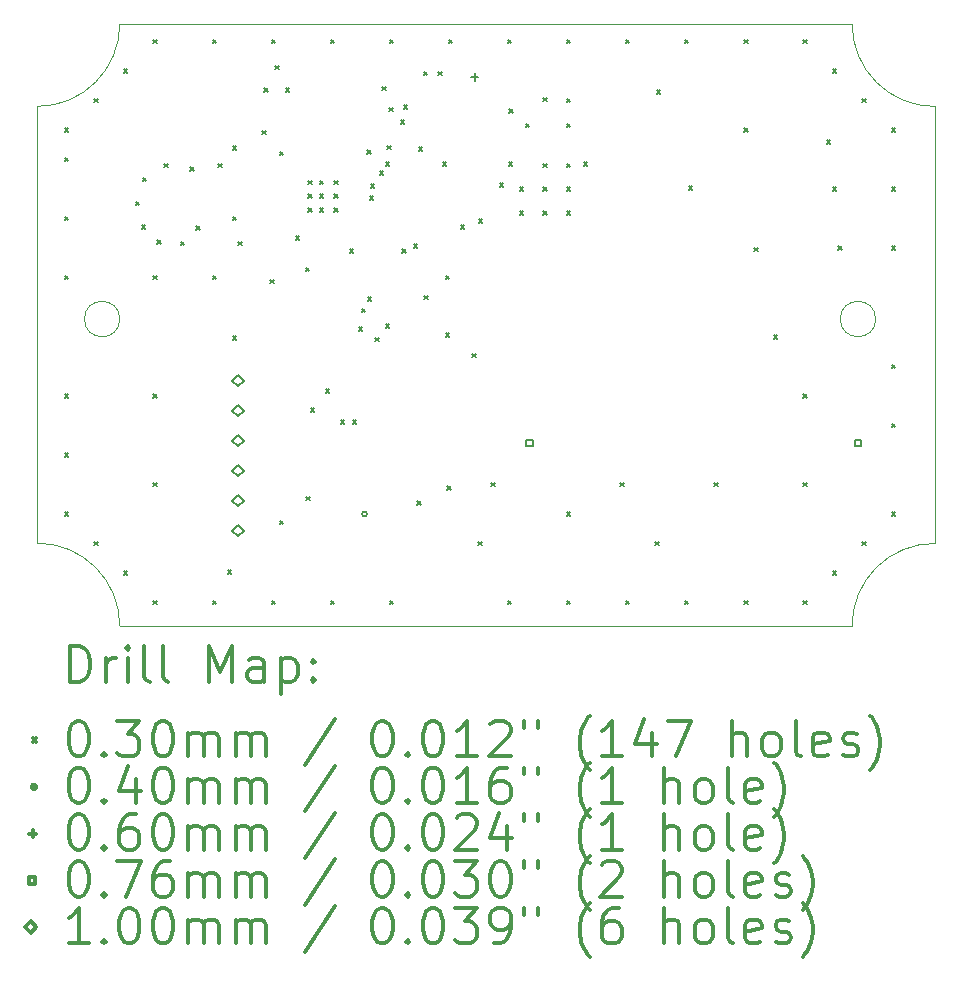
<source format=gbr>
%FSLAX45Y45*%
G04 Gerber Fmt 4.5, Leading zero omitted, Abs format (unit mm)*
G04 Created by KiCad (PCBNEW 5.1.5+dfsg1-2build2) date 2020-11-28 21:48:07*
%MOMM*%
%LPD*%
G04 APERTURE LIST*
%TA.AperFunction,Profile*%
%ADD10C,0.120000*%
%TD*%
%ADD11C,0.200000*%
%ADD12C,0.300000*%
G04 APERTURE END LIST*
D10*
X12514000Y-6774000D02*
G75*
G03X12514000Y-6774000I-150000J0D01*
G01*
X6114000Y-6774000D02*
G75*
G03X6114000Y-6774000I-150000J0D01*
G01*
X13014000Y-8674000D02*
X13014000Y-4974000D01*
X6114000Y-9374000D02*
X12314000Y-9374000D01*
X5414000Y-4974000D02*
X5414000Y-8670994D01*
X6114000Y-4274000D02*
X12314000Y-4274000D01*
X6114000Y-4274000D02*
G75*
G02X5414000Y-4974000I-700000J0D01*
G01*
X13014000Y-4974000D02*
G75*
G02X12314000Y-4274000I0J700000D01*
G01*
X5414000Y-8670994D02*
G75*
G02X6114000Y-9374000I0J-700006D01*
G01*
X12314000Y-9374000D02*
G75*
G02X13014000Y-8674000I697000J3000D01*
G01*
D11*
X5649000Y-5159000D02*
X5679000Y-5189000D01*
X5679000Y-5159000D02*
X5649000Y-5189000D01*
X5649000Y-5409000D02*
X5679000Y-5439000D01*
X5679000Y-5409000D02*
X5649000Y-5439000D01*
X5649000Y-5909000D02*
X5679000Y-5939000D01*
X5679000Y-5909000D02*
X5649000Y-5939000D01*
X5649000Y-6409000D02*
X5679000Y-6439000D01*
X5679000Y-6409000D02*
X5649000Y-6439000D01*
X5649000Y-7409000D02*
X5679000Y-7439000D01*
X5679000Y-7409000D02*
X5649000Y-7439000D01*
X5649000Y-7909000D02*
X5679000Y-7939000D01*
X5679000Y-7909000D02*
X5649000Y-7939000D01*
X5649000Y-8409000D02*
X5679000Y-8439000D01*
X5679000Y-8409000D02*
X5649000Y-8439000D01*
X5899000Y-4909000D02*
X5929000Y-4939000D01*
X5929000Y-4909000D02*
X5899000Y-4939000D01*
X5899000Y-8659000D02*
X5929000Y-8689000D01*
X5929000Y-8659000D02*
X5899000Y-8689000D01*
X6149000Y-4659000D02*
X6179000Y-4689000D01*
X6179000Y-4659000D02*
X6149000Y-4689000D01*
X6149000Y-8909000D02*
X6179000Y-8939000D01*
X6179000Y-8909000D02*
X6149000Y-8939000D01*
X6249000Y-5779000D02*
X6279000Y-5809000D01*
X6279000Y-5779000D02*
X6249000Y-5809000D01*
X6299000Y-5979000D02*
X6329000Y-6009000D01*
X6329000Y-5979000D02*
X6299000Y-6009000D01*
X6309000Y-5579000D02*
X6339000Y-5609000D01*
X6339000Y-5579000D02*
X6309000Y-5609000D01*
X6399000Y-4409000D02*
X6429000Y-4439000D01*
X6429000Y-4409000D02*
X6399000Y-4439000D01*
X6399000Y-6409000D02*
X6429000Y-6439000D01*
X6429000Y-6409000D02*
X6399000Y-6439000D01*
X6399000Y-7409000D02*
X6429000Y-7439000D01*
X6429000Y-7409000D02*
X6399000Y-7439000D01*
X6399000Y-8159000D02*
X6429000Y-8189000D01*
X6429000Y-8159000D02*
X6399000Y-8189000D01*
X6399000Y-9159000D02*
X6429000Y-9189000D01*
X6429000Y-9159000D02*
X6399000Y-9189000D01*
X6429000Y-6109000D02*
X6459000Y-6139000D01*
X6459000Y-6109000D02*
X6429000Y-6139000D01*
X6489000Y-5459000D02*
X6519000Y-5489000D01*
X6519000Y-5459000D02*
X6489000Y-5489000D01*
X6629000Y-6119000D02*
X6659000Y-6149000D01*
X6659000Y-6119000D02*
X6629000Y-6149000D01*
X6709000Y-5489000D02*
X6739000Y-5519000D01*
X6739000Y-5489000D02*
X6709000Y-5519000D01*
X6759000Y-5989000D02*
X6789000Y-6019000D01*
X6789000Y-5989000D02*
X6759000Y-6019000D01*
X6899000Y-4409000D02*
X6929000Y-4439000D01*
X6929000Y-4409000D02*
X6899000Y-4439000D01*
X6899000Y-6409000D02*
X6929000Y-6439000D01*
X6929000Y-6409000D02*
X6899000Y-6439000D01*
X6899000Y-9159000D02*
X6929000Y-9189000D01*
X6929000Y-9159000D02*
X6899000Y-9189000D01*
X6949000Y-5459000D02*
X6979000Y-5489000D01*
X6979000Y-5459000D02*
X6949000Y-5489000D01*
X7029000Y-8899000D02*
X7059000Y-8929000D01*
X7059000Y-8899000D02*
X7029000Y-8929000D01*
X7069000Y-5309000D02*
X7099000Y-5339000D01*
X7099000Y-5309000D02*
X7069000Y-5339000D01*
X7069000Y-5909000D02*
X7099000Y-5939000D01*
X7099000Y-5909000D02*
X7069000Y-5939000D01*
X7071600Y-6919200D02*
X7101600Y-6949200D01*
X7101600Y-6919200D02*
X7071600Y-6949200D01*
X7119000Y-6119000D02*
X7149000Y-6149000D01*
X7149000Y-6119000D02*
X7119000Y-6149000D01*
X7319000Y-5179000D02*
X7349000Y-5209000D01*
X7349000Y-5179000D02*
X7319000Y-5209000D01*
X7339000Y-4819000D02*
X7369000Y-4849000D01*
X7369000Y-4819000D02*
X7339000Y-4849000D01*
X7386000Y-6440000D02*
X7416000Y-6470000D01*
X7416000Y-6440000D02*
X7386000Y-6470000D01*
X7399000Y-4409000D02*
X7429000Y-4439000D01*
X7429000Y-4409000D02*
X7399000Y-4439000D01*
X7399000Y-9159000D02*
X7429000Y-9189000D01*
X7429000Y-9159000D02*
X7399000Y-9189000D01*
X7429000Y-4629000D02*
X7459000Y-4659000D01*
X7459000Y-4629000D02*
X7429000Y-4659000D01*
X7467000Y-8482000D02*
X7497000Y-8512000D01*
X7497000Y-8482000D02*
X7467000Y-8512000D01*
X7469000Y-5359000D02*
X7499000Y-5389000D01*
X7499000Y-5359000D02*
X7469000Y-5389000D01*
X7519000Y-4819000D02*
X7549000Y-4849000D01*
X7549000Y-4819000D02*
X7519000Y-4849000D01*
X7604000Y-6074999D02*
X7634000Y-6104999D01*
X7634000Y-6074999D02*
X7604000Y-6104999D01*
X7689000Y-6339000D02*
X7719000Y-6369000D01*
X7719000Y-6339000D02*
X7689000Y-6369000D01*
X7693000Y-8280000D02*
X7723000Y-8310000D01*
X7723000Y-8280000D02*
X7693000Y-8310000D01*
X7709000Y-5604000D02*
X7739000Y-5634000D01*
X7739000Y-5604000D02*
X7709000Y-5634000D01*
X7709000Y-5716000D02*
X7739000Y-5746000D01*
X7739000Y-5716000D02*
X7709000Y-5746000D01*
X7709000Y-5837000D02*
X7739000Y-5867000D01*
X7739000Y-5837000D02*
X7709000Y-5867000D01*
X7732000Y-7528800D02*
X7762000Y-7558800D01*
X7762000Y-7528800D02*
X7732000Y-7558800D01*
X7807000Y-5604000D02*
X7837000Y-5634000D01*
X7837000Y-5604000D02*
X7807000Y-5634000D01*
X7807000Y-5716000D02*
X7837000Y-5746000D01*
X7837000Y-5716000D02*
X7807000Y-5746000D01*
X7807000Y-5837000D02*
X7837000Y-5867000D01*
X7837000Y-5837000D02*
X7807000Y-5867000D01*
X7859000Y-7367200D02*
X7889000Y-7397200D01*
X7889000Y-7367200D02*
X7859000Y-7397200D01*
X7899000Y-4409000D02*
X7929000Y-4439000D01*
X7929000Y-4409000D02*
X7899000Y-4439000D01*
X7899000Y-9159000D02*
X7929000Y-9189000D01*
X7929000Y-9159000D02*
X7899000Y-9189000D01*
X7929000Y-5604000D02*
X7959000Y-5634000D01*
X7959000Y-5604000D02*
X7929000Y-5634000D01*
X7929000Y-5716000D02*
X7959000Y-5746000D01*
X7959000Y-5716000D02*
X7929000Y-5746000D01*
X7929000Y-5837000D02*
X7959000Y-5867000D01*
X7959000Y-5837000D02*
X7929000Y-5867000D01*
X7986000Y-7630400D02*
X8016000Y-7660400D01*
X8016000Y-7630400D02*
X7986000Y-7660400D01*
X8062200Y-6182600D02*
X8092200Y-6212600D01*
X8092200Y-6182600D02*
X8062200Y-6212600D01*
X8087600Y-7630400D02*
X8117600Y-7660400D01*
X8117600Y-7630400D02*
X8087600Y-7660400D01*
X8138400Y-6843000D02*
X8168400Y-6873000D01*
X8168400Y-6843000D02*
X8138400Y-6873000D01*
X8163800Y-6686799D02*
X8193800Y-6716799D01*
X8193800Y-6686799D02*
X8163800Y-6716799D01*
X8209151Y-5344849D02*
X8239151Y-5374849D01*
X8239151Y-5344849D02*
X8209151Y-5374849D01*
X8214600Y-6589000D02*
X8244600Y-6619000D01*
X8244600Y-6589000D02*
X8214600Y-6619000D01*
X8232000Y-5736000D02*
X8262000Y-5766000D01*
X8262000Y-5736000D02*
X8232000Y-5766000D01*
X8238000Y-5632000D02*
X8268000Y-5662000D01*
X8268000Y-5632000D02*
X8238000Y-5662000D01*
X8277527Y-6931327D02*
X8307527Y-6961327D01*
X8307527Y-6931327D02*
X8277527Y-6961327D01*
X8316200Y-5522200D02*
X8346200Y-5552200D01*
X8346200Y-5522200D02*
X8316200Y-5552200D01*
X8335999Y-4805501D02*
X8365999Y-4835501D01*
X8365999Y-4805501D02*
X8335999Y-4835501D01*
X8367000Y-5446000D02*
X8397000Y-5476000D01*
X8397000Y-5446000D02*
X8367000Y-5476000D01*
X8367000Y-6817600D02*
X8397000Y-6847600D01*
X8397000Y-6817600D02*
X8367000Y-6847600D01*
X8377000Y-5307000D02*
X8407000Y-5337000D01*
X8407000Y-5307000D02*
X8377000Y-5337000D01*
X8396000Y-4984000D02*
X8426000Y-5014000D01*
X8426000Y-4984000D02*
X8396000Y-5014000D01*
X8399000Y-4409000D02*
X8429000Y-4439000D01*
X8429000Y-4409000D02*
X8399000Y-4439000D01*
X8399000Y-9159000D02*
X8429000Y-9189000D01*
X8429000Y-9159000D02*
X8399000Y-9189000D01*
X8494000Y-5090400D02*
X8524000Y-5120400D01*
X8524000Y-5090400D02*
X8494000Y-5120400D01*
X8503201Y-6182600D02*
X8533201Y-6212600D01*
X8533201Y-6182600D02*
X8503201Y-6212600D01*
X8519400Y-4963400D02*
X8549400Y-4993400D01*
X8549400Y-4963400D02*
X8519400Y-4993400D01*
X8601000Y-6140000D02*
X8631000Y-6170000D01*
X8631000Y-6140000D02*
X8601000Y-6170000D01*
X8634000Y-8318000D02*
X8664000Y-8348000D01*
X8664000Y-8318000D02*
X8634000Y-8348000D01*
X8646400Y-5319000D02*
X8676400Y-5349000D01*
X8676400Y-5319000D02*
X8646400Y-5349000D01*
X8687000Y-4682000D02*
X8717000Y-4712000D01*
X8717000Y-4682000D02*
X8687000Y-4712000D01*
X8692000Y-6578000D02*
X8722000Y-6608000D01*
X8722000Y-6578000D02*
X8692000Y-6608000D01*
X8811500Y-4682000D02*
X8841500Y-4712000D01*
X8841500Y-4682000D02*
X8811500Y-4712000D01*
X8849600Y-5446000D02*
X8879600Y-5476000D01*
X8879600Y-5446000D02*
X8849600Y-5476000D01*
X8872000Y-6407000D02*
X8902000Y-6437000D01*
X8902000Y-6407000D02*
X8872000Y-6437000D01*
X8875000Y-6893800D02*
X8905000Y-6923800D01*
X8905000Y-6893800D02*
X8875000Y-6923800D01*
X8887000Y-8190000D02*
X8917000Y-8220000D01*
X8917000Y-8190000D02*
X8887000Y-8220000D01*
X8899000Y-4409000D02*
X8929000Y-4439000D01*
X8929000Y-4409000D02*
X8899000Y-4439000D01*
X9002000Y-5979400D02*
X9032000Y-6009400D01*
X9032000Y-5979400D02*
X9002000Y-6009400D01*
X9099000Y-7069000D02*
X9129000Y-7099000D01*
X9129000Y-7069000D02*
X9099000Y-7099000D01*
X9149000Y-8659000D02*
X9179000Y-8689000D01*
X9179000Y-8659000D02*
X9149000Y-8689000D01*
X9154400Y-5928600D02*
X9184400Y-5958600D01*
X9184400Y-5928600D02*
X9154400Y-5958600D01*
X9259000Y-8159000D02*
X9289000Y-8189000D01*
X9289000Y-8159000D02*
X9259000Y-8189000D01*
X9332200Y-5623800D02*
X9362200Y-5653800D01*
X9362200Y-5623800D02*
X9332200Y-5653800D01*
X9399000Y-4409000D02*
X9429000Y-4439000D01*
X9429000Y-4409000D02*
X9399000Y-4439000D01*
X9399000Y-9159000D02*
X9429000Y-9189000D01*
X9429000Y-9159000D02*
X9399000Y-9189000D01*
X9408400Y-5446000D02*
X9438400Y-5476000D01*
X9438400Y-5446000D02*
X9408400Y-5476000D01*
X9409000Y-4999000D02*
X9439000Y-5029000D01*
X9439000Y-4999000D02*
X9409000Y-5029000D01*
X9499000Y-5659000D02*
X9529000Y-5689000D01*
X9529000Y-5659000D02*
X9499000Y-5689000D01*
X9499000Y-5859000D02*
X9529000Y-5889000D01*
X9529000Y-5859000D02*
X9499000Y-5889000D01*
X9549000Y-5119000D02*
X9579000Y-5149000D01*
X9579000Y-5119000D02*
X9549000Y-5149000D01*
X9699000Y-4899000D02*
X9729000Y-4929000D01*
X9729000Y-4899000D02*
X9699000Y-4929000D01*
X9699000Y-5459000D02*
X9729000Y-5489000D01*
X9729000Y-5459000D02*
X9699000Y-5489000D01*
X9699000Y-5659000D02*
X9729000Y-5689000D01*
X9729000Y-5659000D02*
X9699000Y-5689000D01*
X9699000Y-5859000D02*
X9729000Y-5889000D01*
X9729000Y-5859000D02*
X9699000Y-5889000D01*
X9899000Y-4409000D02*
X9929000Y-4439000D01*
X9929000Y-4409000D02*
X9899000Y-4439000D01*
X9899000Y-4909000D02*
X9929000Y-4939000D01*
X9929000Y-4909000D02*
X9899000Y-4939000D01*
X9899000Y-5119000D02*
X9929000Y-5149000D01*
X9929000Y-5119000D02*
X9899000Y-5149000D01*
X9899000Y-5459000D02*
X9929000Y-5489000D01*
X9929000Y-5459000D02*
X9899000Y-5489000D01*
X9899000Y-5659000D02*
X9929000Y-5689000D01*
X9929000Y-5659000D02*
X9899000Y-5689000D01*
X9899000Y-5859000D02*
X9929000Y-5889000D01*
X9929000Y-5859000D02*
X9899000Y-5889000D01*
X9899000Y-8409000D02*
X9929000Y-8439000D01*
X9929000Y-8409000D02*
X9899000Y-8439000D01*
X9899000Y-9159000D02*
X9929000Y-9189000D01*
X9929000Y-9159000D02*
X9899000Y-9189000D01*
X10043400Y-5446000D02*
X10073400Y-5476000D01*
X10073400Y-5446000D02*
X10043400Y-5476000D01*
X10353000Y-8159000D02*
X10383000Y-8189000D01*
X10383000Y-8159000D02*
X10353000Y-8189000D01*
X10399000Y-4409000D02*
X10429000Y-4439000D01*
X10429000Y-4409000D02*
X10399000Y-4439000D01*
X10399000Y-9159000D02*
X10429000Y-9189000D01*
X10429000Y-9159000D02*
X10399000Y-9189000D01*
X10649000Y-8659000D02*
X10679000Y-8689000D01*
X10679000Y-8659000D02*
X10649000Y-8689000D01*
X10661000Y-4835000D02*
X10691000Y-4865000D01*
X10691000Y-4835000D02*
X10661000Y-4865000D01*
X10899000Y-4409000D02*
X10929000Y-4439000D01*
X10929000Y-4409000D02*
X10899000Y-4439000D01*
X10899000Y-9159000D02*
X10929000Y-9189000D01*
X10929000Y-9159000D02*
X10899000Y-9189000D01*
X10932400Y-5649200D02*
X10962400Y-5679200D01*
X10962400Y-5649200D02*
X10932400Y-5679200D01*
X11149000Y-8159000D02*
X11179000Y-8189000D01*
X11179000Y-8159000D02*
X11149000Y-8189000D01*
X11399000Y-4409000D02*
X11429000Y-4439000D01*
X11429000Y-4409000D02*
X11399000Y-4439000D01*
X11399000Y-5159000D02*
X11429000Y-5189000D01*
X11429000Y-5159000D02*
X11399000Y-5189000D01*
X11399000Y-9159000D02*
X11429000Y-9189000D01*
X11429000Y-9159000D02*
X11399000Y-9189000D01*
X11484000Y-6169000D02*
X11514000Y-6199000D01*
X11514000Y-6169000D02*
X11484000Y-6199000D01*
X11649000Y-6909000D02*
X11679000Y-6939000D01*
X11679000Y-6909000D02*
X11649000Y-6939000D01*
X11899000Y-4409000D02*
X11929000Y-4439000D01*
X11929000Y-4409000D02*
X11899000Y-4439000D01*
X11899000Y-7409000D02*
X11929000Y-7439000D01*
X11929000Y-7409000D02*
X11899000Y-7439000D01*
X11899000Y-8159000D02*
X11929000Y-8189000D01*
X11929000Y-8159000D02*
X11899000Y-8189000D01*
X11899000Y-9159000D02*
X11929000Y-9189000D01*
X11929000Y-9159000D02*
X11899000Y-9189000D01*
X12099000Y-5259000D02*
X12129000Y-5289000D01*
X12129000Y-5259000D02*
X12099000Y-5289000D01*
X12149000Y-4659000D02*
X12179000Y-4689000D01*
X12179000Y-4659000D02*
X12149000Y-4689000D01*
X12149000Y-5659000D02*
X12179000Y-5689000D01*
X12179000Y-5659000D02*
X12149000Y-5689000D01*
X12149000Y-8909000D02*
X12179000Y-8939000D01*
X12179000Y-8909000D02*
X12149000Y-8939000D01*
X12199000Y-6159000D02*
X12229000Y-6189000D01*
X12229000Y-6159000D02*
X12199000Y-6189000D01*
X12399000Y-4909000D02*
X12429000Y-4939000D01*
X12429000Y-4909000D02*
X12399000Y-4939000D01*
X12399000Y-8659000D02*
X12429000Y-8689000D01*
X12429000Y-8659000D02*
X12399000Y-8689000D01*
X12649000Y-5159000D02*
X12679000Y-5189000D01*
X12679000Y-5159000D02*
X12649000Y-5189000D01*
X12649000Y-5659000D02*
X12679000Y-5689000D01*
X12679000Y-5659000D02*
X12649000Y-5689000D01*
X12649000Y-6159000D02*
X12679000Y-6189000D01*
X12679000Y-6159000D02*
X12649000Y-6189000D01*
X12649000Y-7159000D02*
X12679000Y-7189000D01*
X12679000Y-7159000D02*
X12649000Y-7189000D01*
X12649000Y-7659000D02*
X12679000Y-7689000D01*
X12679000Y-7659000D02*
X12649000Y-7689000D01*
X12649000Y-8409000D02*
X12679000Y-8439000D01*
X12679000Y-8409000D02*
X12649000Y-8439000D01*
X8205678Y-8423916D02*
G75*
G03X8205678Y-8423916I-20000J0D01*
G01*
X9118600Y-4694400D02*
X9118600Y-4754400D01*
X9088600Y-4724400D02*
X9148600Y-4724400D01*
X9610941Y-7850941D02*
X9610941Y-7797059D01*
X9557059Y-7797059D01*
X9557059Y-7850941D01*
X9610941Y-7850941D01*
X12390941Y-7850941D02*
X12390941Y-7797059D01*
X12337059Y-7797059D01*
X12337059Y-7850941D01*
X12390941Y-7850941D01*
X7115000Y-7345000D02*
X7165000Y-7295000D01*
X7115000Y-7245000D01*
X7065000Y-7295000D01*
X7115000Y-7345000D01*
X7115000Y-7599000D02*
X7165000Y-7549000D01*
X7115000Y-7499000D01*
X7065000Y-7549000D01*
X7115000Y-7599000D01*
X7115000Y-7853000D02*
X7165000Y-7803000D01*
X7115000Y-7753000D01*
X7065000Y-7803000D01*
X7115000Y-7853000D01*
X7115000Y-8107000D02*
X7165000Y-8057000D01*
X7115000Y-8007000D01*
X7065000Y-8057000D01*
X7115000Y-8107000D01*
X7115000Y-8361000D02*
X7165000Y-8311000D01*
X7115000Y-8261000D01*
X7065000Y-8311000D01*
X7115000Y-8361000D01*
X7115000Y-8615000D02*
X7165000Y-8565000D01*
X7115000Y-8515000D01*
X7065000Y-8565000D01*
X7115000Y-8615000D01*
D12*
X5694428Y-9845714D02*
X5694428Y-9545714D01*
X5765857Y-9545714D01*
X5808714Y-9560000D01*
X5837286Y-9588572D01*
X5851571Y-9617143D01*
X5865857Y-9674286D01*
X5865857Y-9717143D01*
X5851571Y-9774286D01*
X5837286Y-9802857D01*
X5808714Y-9831429D01*
X5765857Y-9845714D01*
X5694428Y-9845714D01*
X5994428Y-9845714D02*
X5994428Y-9645714D01*
X5994428Y-9702857D02*
X6008714Y-9674286D01*
X6023000Y-9660000D01*
X6051571Y-9645714D01*
X6080143Y-9645714D01*
X6180143Y-9845714D02*
X6180143Y-9645714D01*
X6180143Y-9545714D02*
X6165857Y-9560000D01*
X6180143Y-9574286D01*
X6194428Y-9560000D01*
X6180143Y-9545714D01*
X6180143Y-9574286D01*
X6365857Y-9845714D02*
X6337286Y-9831429D01*
X6323000Y-9802857D01*
X6323000Y-9545714D01*
X6523000Y-9845714D02*
X6494428Y-9831429D01*
X6480143Y-9802857D01*
X6480143Y-9545714D01*
X6865857Y-9845714D02*
X6865857Y-9545714D01*
X6965857Y-9760000D01*
X7065857Y-9545714D01*
X7065857Y-9845714D01*
X7337286Y-9845714D02*
X7337286Y-9688572D01*
X7323000Y-9660000D01*
X7294428Y-9645714D01*
X7237286Y-9645714D01*
X7208714Y-9660000D01*
X7337286Y-9831429D02*
X7308714Y-9845714D01*
X7237286Y-9845714D01*
X7208714Y-9831429D01*
X7194428Y-9802857D01*
X7194428Y-9774286D01*
X7208714Y-9745714D01*
X7237286Y-9731429D01*
X7308714Y-9731429D01*
X7337286Y-9717143D01*
X7480143Y-9645714D02*
X7480143Y-9945714D01*
X7480143Y-9660000D02*
X7508714Y-9645714D01*
X7565857Y-9645714D01*
X7594428Y-9660000D01*
X7608714Y-9674286D01*
X7623000Y-9702857D01*
X7623000Y-9788572D01*
X7608714Y-9817143D01*
X7594428Y-9831429D01*
X7565857Y-9845714D01*
X7508714Y-9845714D01*
X7480143Y-9831429D01*
X7751571Y-9817143D02*
X7765857Y-9831429D01*
X7751571Y-9845714D01*
X7737286Y-9831429D01*
X7751571Y-9817143D01*
X7751571Y-9845714D01*
X7751571Y-9660000D02*
X7765857Y-9674286D01*
X7751571Y-9688572D01*
X7737286Y-9674286D01*
X7751571Y-9660000D01*
X7751571Y-9688572D01*
X5378000Y-10325000D02*
X5408000Y-10355000D01*
X5408000Y-10325000D02*
X5378000Y-10355000D01*
X5751571Y-10175714D02*
X5780143Y-10175714D01*
X5808714Y-10190000D01*
X5823000Y-10204286D01*
X5837286Y-10232857D01*
X5851571Y-10290000D01*
X5851571Y-10361429D01*
X5837286Y-10418572D01*
X5823000Y-10447143D01*
X5808714Y-10461429D01*
X5780143Y-10475714D01*
X5751571Y-10475714D01*
X5723000Y-10461429D01*
X5708714Y-10447143D01*
X5694428Y-10418572D01*
X5680143Y-10361429D01*
X5680143Y-10290000D01*
X5694428Y-10232857D01*
X5708714Y-10204286D01*
X5723000Y-10190000D01*
X5751571Y-10175714D01*
X5980143Y-10447143D02*
X5994428Y-10461429D01*
X5980143Y-10475714D01*
X5965857Y-10461429D01*
X5980143Y-10447143D01*
X5980143Y-10475714D01*
X6094428Y-10175714D02*
X6280143Y-10175714D01*
X6180143Y-10290000D01*
X6223000Y-10290000D01*
X6251571Y-10304286D01*
X6265857Y-10318572D01*
X6280143Y-10347143D01*
X6280143Y-10418572D01*
X6265857Y-10447143D01*
X6251571Y-10461429D01*
X6223000Y-10475714D01*
X6137286Y-10475714D01*
X6108714Y-10461429D01*
X6094428Y-10447143D01*
X6465857Y-10175714D02*
X6494428Y-10175714D01*
X6523000Y-10190000D01*
X6537286Y-10204286D01*
X6551571Y-10232857D01*
X6565857Y-10290000D01*
X6565857Y-10361429D01*
X6551571Y-10418572D01*
X6537286Y-10447143D01*
X6523000Y-10461429D01*
X6494428Y-10475714D01*
X6465857Y-10475714D01*
X6437286Y-10461429D01*
X6423000Y-10447143D01*
X6408714Y-10418572D01*
X6394428Y-10361429D01*
X6394428Y-10290000D01*
X6408714Y-10232857D01*
X6423000Y-10204286D01*
X6437286Y-10190000D01*
X6465857Y-10175714D01*
X6694428Y-10475714D02*
X6694428Y-10275714D01*
X6694428Y-10304286D02*
X6708714Y-10290000D01*
X6737286Y-10275714D01*
X6780143Y-10275714D01*
X6808714Y-10290000D01*
X6823000Y-10318572D01*
X6823000Y-10475714D01*
X6823000Y-10318572D02*
X6837286Y-10290000D01*
X6865857Y-10275714D01*
X6908714Y-10275714D01*
X6937286Y-10290000D01*
X6951571Y-10318572D01*
X6951571Y-10475714D01*
X7094428Y-10475714D02*
X7094428Y-10275714D01*
X7094428Y-10304286D02*
X7108714Y-10290000D01*
X7137286Y-10275714D01*
X7180143Y-10275714D01*
X7208714Y-10290000D01*
X7223000Y-10318572D01*
X7223000Y-10475714D01*
X7223000Y-10318572D02*
X7237286Y-10290000D01*
X7265857Y-10275714D01*
X7308714Y-10275714D01*
X7337286Y-10290000D01*
X7351571Y-10318572D01*
X7351571Y-10475714D01*
X7937286Y-10161429D02*
X7680143Y-10547143D01*
X8323000Y-10175714D02*
X8351571Y-10175714D01*
X8380143Y-10190000D01*
X8394428Y-10204286D01*
X8408714Y-10232857D01*
X8423000Y-10290000D01*
X8423000Y-10361429D01*
X8408714Y-10418572D01*
X8394428Y-10447143D01*
X8380143Y-10461429D01*
X8351571Y-10475714D01*
X8323000Y-10475714D01*
X8294428Y-10461429D01*
X8280143Y-10447143D01*
X8265857Y-10418572D01*
X8251571Y-10361429D01*
X8251571Y-10290000D01*
X8265857Y-10232857D01*
X8280143Y-10204286D01*
X8294428Y-10190000D01*
X8323000Y-10175714D01*
X8551571Y-10447143D02*
X8565857Y-10461429D01*
X8551571Y-10475714D01*
X8537286Y-10461429D01*
X8551571Y-10447143D01*
X8551571Y-10475714D01*
X8751571Y-10175714D02*
X8780143Y-10175714D01*
X8808714Y-10190000D01*
X8823000Y-10204286D01*
X8837286Y-10232857D01*
X8851571Y-10290000D01*
X8851571Y-10361429D01*
X8837286Y-10418572D01*
X8823000Y-10447143D01*
X8808714Y-10461429D01*
X8780143Y-10475714D01*
X8751571Y-10475714D01*
X8723000Y-10461429D01*
X8708714Y-10447143D01*
X8694428Y-10418572D01*
X8680143Y-10361429D01*
X8680143Y-10290000D01*
X8694428Y-10232857D01*
X8708714Y-10204286D01*
X8723000Y-10190000D01*
X8751571Y-10175714D01*
X9137286Y-10475714D02*
X8965857Y-10475714D01*
X9051571Y-10475714D02*
X9051571Y-10175714D01*
X9023000Y-10218572D01*
X8994428Y-10247143D01*
X8965857Y-10261429D01*
X9251571Y-10204286D02*
X9265857Y-10190000D01*
X9294428Y-10175714D01*
X9365857Y-10175714D01*
X9394428Y-10190000D01*
X9408714Y-10204286D01*
X9423000Y-10232857D01*
X9423000Y-10261429D01*
X9408714Y-10304286D01*
X9237286Y-10475714D01*
X9423000Y-10475714D01*
X9537286Y-10175714D02*
X9537286Y-10232857D01*
X9651571Y-10175714D02*
X9651571Y-10232857D01*
X10094428Y-10590000D02*
X10080143Y-10575714D01*
X10051571Y-10532857D01*
X10037286Y-10504286D01*
X10023000Y-10461429D01*
X10008714Y-10390000D01*
X10008714Y-10332857D01*
X10023000Y-10261429D01*
X10037286Y-10218572D01*
X10051571Y-10190000D01*
X10080143Y-10147143D01*
X10094428Y-10132857D01*
X10365857Y-10475714D02*
X10194428Y-10475714D01*
X10280143Y-10475714D02*
X10280143Y-10175714D01*
X10251571Y-10218572D01*
X10223000Y-10247143D01*
X10194428Y-10261429D01*
X10623000Y-10275714D02*
X10623000Y-10475714D01*
X10551571Y-10161429D02*
X10480143Y-10375714D01*
X10665857Y-10375714D01*
X10751571Y-10175714D02*
X10951571Y-10175714D01*
X10823000Y-10475714D01*
X11294428Y-10475714D02*
X11294428Y-10175714D01*
X11423000Y-10475714D02*
X11423000Y-10318572D01*
X11408714Y-10290000D01*
X11380143Y-10275714D01*
X11337286Y-10275714D01*
X11308714Y-10290000D01*
X11294428Y-10304286D01*
X11608714Y-10475714D02*
X11580143Y-10461429D01*
X11565857Y-10447143D01*
X11551571Y-10418572D01*
X11551571Y-10332857D01*
X11565857Y-10304286D01*
X11580143Y-10290000D01*
X11608714Y-10275714D01*
X11651571Y-10275714D01*
X11680143Y-10290000D01*
X11694428Y-10304286D01*
X11708714Y-10332857D01*
X11708714Y-10418572D01*
X11694428Y-10447143D01*
X11680143Y-10461429D01*
X11651571Y-10475714D01*
X11608714Y-10475714D01*
X11880143Y-10475714D02*
X11851571Y-10461429D01*
X11837286Y-10432857D01*
X11837286Y-10175714D01*
X12108714Y-10461429D02*
X12080143Y-10475714D01*
X12023000Y-10475714D01*
X11994428Y-10461429D01*
X11980143Y-10432857D01*
X11980143Y-10318572D01*
X11994428Y-10290000D01*
X12023000Y-10275714D01*
X12080143Y-10275714D01*
X12108714Y-10290000D01*
X12123000Y-10318572D01*
X12123000Y-10347143D01*
X11980143Y-10375714D01*
X12237286Y-10461429D02*
X12265857Y-10475714D01*
X12323000Y-10475714D01*
X12351571Y-10461429D01*
X12365857Y-10432857D01*
X12365857Y-10418572D01*
X12351571Y-10390000D01*
X12323000Y-10375714D01*
X12280143Y-10375714D01*
X12251571Y-10361429D01*
X12237286Y-10332857D01*
X12237286Y-10318572D01*
X12251571Y-10290000D01*
X12280143Y-10275714D01*
X12323000Y-10275714D01*
X12351571Y-10290000D01*
X12465857Y-10590000D02*
X12480143Y-10575714D01*
X12508714Y-10532857D01*
X12523000Y-10504286D01*
X12537286Y-10461429D01*
X12551571Y-10390000D01*
X12551571Y-10332857D01*
X12537286Y-10261429D01*
X12523000Y-10218572D01*
X12508714Y-10190000D01*
X12480143Y-10147143D01*
X12465857Y-10132857D01*
X5408000Y-10736000D02*
G75*
G03X5408000Y-10736000I-20000J0D01*
G01*
X5751571Y-10571714D02*
X5780143Y-10571714D01*
X5808714Y-10586000D01*
X5823000Y-10600286D01*
X5837286Y-10628857D01*
X5851571Y-10686000D01*
X5851571Y-10757429D01*
X5837286Y-10814572D01*
X5823000Y-10843143D01*
X5808714Y-10857429D01*
X5780143Y-10871714D01*
X5751571Y-10871714D01*
X5723000Y-10857429D01*
X5708714Y-10843143D01*
X5694428Y-10814572D01*
X5680143Y-10757429D01*
X5680143Y-10686000D01*
X5694428Y-10628857D01*
X5708714Y-10600286D01*
X5723000Y-10586000D01*
X5751571Y-10571714D01*
X5980143Y-10843143D02*
X5994428Y-10857429D01*
X5980143Y-10871714D01*
X5965857Y-10857429D01*
X5980143Y-10843143D01*
X5980143Y-10871714D01*
X6251571Y-10671714D02*
X6251571Y-10871714D01*
X6180143Y-10557429D02*
X6108714Y-10771714D01*
X6294428Y-10771714D01*
X6465857Y-10571714D02*
X6494428Y-10571714D01*
X6523000Y-10586000D01*
X6537286Y-10600286D01*
X6551571Y-10628857D01*
X6565857Y-10686000D01*
X6565857Y-10757429D01*
X6551571Y-10814572D01*
X6537286Y-10843143D01*
X6523000Y-10857429D01*
X6494428Y-10871714D01*
X6465857Y-10871714D01*
X6437286Y-10857429D01*
X6423000Y-10843143D01*
X6408714Y-10814572D01*
X6394428Y-10757429D01*
X6394428Y-10686000D01*
X6408714Y-10628857D01*
X6423000Y-10600286D01*
X6437286Y-10586000D01*
X6465857Y-10571714D01*
X6694428Y-10871714D02*
X6694428Y-10671714D01*
X6694428Y-10700286D02*
X6708714Y-10686000D01*
X6737286Y-10671714D01*
X6780143Y-10671714D01*
X6808714Y-10686000D01*
X6823000Y-10714572D01*
X6823000Y-10871714D01*
X6823000Y-10714572D02*
X6837286Y-10686000D01*
X6865857Y-10671714D01*
X6908714Y-10671714D01*
X6937286Y-10686000D01*
X6951571Y-10714572D01*
X6951571Y-10871714D01*
X7094428Y-10871714D02*
X7094428Y-10671714D01*
X7094428Y-10700286D02*
X7108714Y-10686000D01*
X7137286Y-10671714D01*
X7180143Y-10671714D01*
X7208714Y-10686000D01*
X7223000Y-10714572D01*
X7223000Y-10871714D01*
X7223000Y-10714572D02*
X7237286Y-10686000D01*
X7265857Y-10671714D01*
X7308714Y-10671714D01*
X7337286Y-10686000D01*
X7351571Y-10714572D01*
X7351571Y-10871714D01*
X7937286Y-10557429D02*
X7680143Y-10943143D01*
X8323000Y-10571714D02*
X8351571Y-10571714D01*
X8380143Y-10586000D01*
X8394428Y-10600286D01*
X8408714Y-10628857D01*
X8423000Y-10686000D01*
X8423000Y-10757429D01*
X8408714Y-10814572D01*
X8394428Y-10843143D01*
X8380143Y-10857429D01*
X8351571Y-10871714D01*
X8323000Y-10871714D01*
X8294428Y-10857429D01*
X8280143Y-10843143D01*
X8265857Y-10814572D01*
X8251571Y-10757429D01*
X8251571Y-10686000D01*
X8265857Y-10628857D01*
X8280143Y-10600286D01*
X8294428Y-10586000D01*
X8323000Y-10571714D01*
X8551571Y-10843143D02*
X8565857Y-10857429D01*
X8551571Y-10871714D01*
X8537286Y-10857429D01*
X8551571Y-10843143D01*
X8551571Y-10871714D01*
X8751571Y-10571714D02*
X8780143Y-10571714D01*
X8808714Y-10586000D01*
X8823000Y-10600286D01*
X8837286Y-10628857D01*
X8851571Y-10686000D01*
X8851571Y-10757429D01*
X8837286Y-10814572D01*
X8823000Y-10843143D01*
X8808714Y-10857429D01*
X8780143Y-10871714D01*
X8751571Y-10871714D01*
X8723000Y-10857429D01*
X8708714Y-10843143D01*
X8694428Y-10814572D01*
X8680143Y-10757429D01*
X8680143Y-10686000D01*
X8694428Y-10628857D01*
X8708714Y-10600286D01*
X8723000Y-10586000D01*
X8751571Y-10571714D01*
X9137286Y-10871714D02*
X8965857Y-10871714D01*
X9051571Y-10871714D02*
X9051571Y-10571714D01*
X9023000Y-10614572D01*
X8994428Y-10643143D01*
X8965857Y-10657429D01*
X9394428Y-10571714D02*
X9337286Y-10571714D01*
X9308714Y-10586000D01*
X9294428Y-10600286D01*
X9265857Y-10643143D01*
X9251571Y-10700286D01*
X9251571Y-10814572D01*
X9265857Y-10843143D01*
X9280143Y-10857429D01*
X9308714Y-10871714D01*
X9365857Y-10871714D01*
X9394428Y-10857429D01*
X9408714Y-10843143D01*
X9423000Y-10814572D01*
X9423000Y-10743143D01*
X9408714Y-10714572D01*
X9394428Y-10700286D01*
X9365857Y-10686000D01*
X9308714Y-10686000D01*
X9280143Y-10700286D01*
X9265857Y-10714572D01*
X9251571Y-10743143D01*
X9537286Y-10571714D02*
X9537286Y-10628857D01*
X9651571Y-10571714D02*
X9651571Y-10628857D01*
X10094428Y-10986000D02*
X10080143Y-10971714D01*
X10051571Y-10928857D01*
X10037286Y-10900286D01*
X10023000Y-10857429D01*
X10008714Y-10786000D01*
X10008714Y-10728857D01*
X10023000Y-10657429D01*
X10037286Y-10614572D01*
X10051571Y-10586000D01*
X10080143Y-10543143D01*
X10094428Y-10528857D01*
X10365857Y-10871714D02*
X10194428Y-10871714D01*
X10280143Y-10871714D02*
X10280143Y-10571714D01*
X10251571Y-10614572D01*
X10223000Y-10643143D01*
X10194428Y-10657429D01*
X10723000Y-10871714D02*
X10723000Y-10571714D01*
X10851571Y-10871714D02*
X10851571Y-10714572D01*
X10837286Y-10686000D01*
X10808714Y-10671714D01*
X10765857Y-10671714D01*
X10737286Y-10686000D01*
X10723000Y-10700286D01*
X11037286Y-10871714D02*
X11008714Y-10857429D01*
X10994428Y-10843143D01*
X10980143Y-10814572D01*
X10980143Y-10728857D01*
X10994428Y-10700286D01*
X11008714Y-10686000D01*
X11037286Y-10671714D01*
X11080143Y-10671714D01*
X11108714Y-10686000D01*
X11123000Y-10700286D01*
X11137286Y-10728857D01*
X11137286Y-10814572D01*
X11123000Y-10843143D01*
X11108714Y-10857429D01*
X11080143Y-10871714D01*
X11037286Y-10871714D01*
X11308714Y-10871714D02*
X11280143Y-10857429D01*
X11265857Y-10828857D01*
X11265857Y-10571714D01*
X11537286Y-10857429D02*
X11508714Y-10871714D01*
X11451571Y-10871714D01*
X11423000Y-10857429D01*
X11408714Y-10828857D01*
X11408714Y-10714572D01*
X11423000Y-10686000D01*
X11451571Y-10671714D01*
X11508714Y-10671714D01*
X11537286Y-10686000D01*
X11551571Y-10714572D01*
X11551571Y-10743143D01*
X11408714Y-10771714D01*
X11651571Y-10986000D02*
X11665857Y-10971714D01*
X11694428Y-10928857D01*
X11708714Y-10900286D01*
X11723000Y-10857429D01*
X11737286Y-10786000D01*
X11737286Y-10728857D01*
X11723000Y-10657429D01*
X11708714Y-10614572D01*
X11694428Y-10586000D01*
X11665857Y-10543143D01*
X11651571Y-10528857D01*
X5378000Y-11102000D02*
X5378000Y-11162000D01*
X5348000Y-11132000D02*
X5408000Y-11132000D01*
X5751571Y-10967714D02*
X5780143Y-10967714D01*
X5808714Y-10982000D01*
X5823000Y-10996286D01*
X5837286Y-11024857D01*
X5851571Y-11082000D01*
X5851571Y-11153429D01*
X5837286Y-11210571D01*
X5823000Y-11239143D01*
X5808714Y-11253429D01*
X5780143Y-11267714D01*
X5751571Y-11267714D01*
X5723000Y-11253429D01*
X5708714Y-11239143D01*
X5694428Y-11210571D01*
X5680143Y-11153429D01*
X5680143Y-11082000D01*
X5694428Y-11024857D01*
X5708714Y-10996286D01*
X5723000Y-10982000D01*
X5751571Y-10967714D01*
X5980143Y-11239143D02*
X5994428Y-11253429D01*
X5980143Y-11267714D01*
X5965857Y-11253429D01*
X5980143Y-11239143D01*
X5980143Y-11267714D01*
X6251571Y-10967714D02*
X6194428Y-10967714D01*
X6165857Y-10982000D01*
X6151571Y-10996286D01*
X6123000Y-11039143D01*
X6108714Y-11096286D01*
X6108714Y-11210571D01*
X6123000Y-11239143D01*
X6137286Y-11253429D01*
X6165857Y-11267714D01*
X6223000Y-11267714D01*
X6251571Y-11253429D01*
X6265857Y-11239143D01*
X6280143Y-11210571D01*
X6280143Y-11139143D01*
X6265857Y-11110572D01*
X6251571Y-11096286D01*
X6223000Y-11082000D01*
X6165857Y-11082000D01*
X6137286Y-11096286D01*
X6123000Y-11110572D01*
X6108714Y-11139143D01*
X6465857Y-10967714D02*
X6494428Y-10967714D01*
X6523000Y-10982000D01*
X6537286Y-10996286D01*
X6551571Y-11024857D01*
X6565857Y-11082000D01*
X6565857Y-11153429D01*
X6551571Y-11210571D01*
X6537286Y-11239143D01*
X6523000Y-11253429D01*
X6494428Y-11267714D01*
X6465857Y-11267714D01*
X6437286Y-11253429D01*
X6423000Y-11239143D01*
X6408714Y-11210571D01*
X6394428Y-11153429D01*
X6394428Y-11082000D01*
X6408714Y-11024857D01*
X6423000Y-10996286D01*
X6437286Y-10982000D01*
X6465857Y-10967714D01*
X6694428Y-11267714D02*
X6694428Y-11067714D01*
X6694428Y-11096286D02*
X6708714Y-11082000D01*
X6737286Y-11067714D01*
X6780143Y-11067714D01*
X6808714Y-11082000D01*
X6823000Y-11110572D01*
X6823000Y-11267714D01*
X6823000Y-11110572D02*
X6837286Y-11082000D01*
X6865857Y-11067714D01*
X6908714Y-11067714D01*
X6937286Y-11082000D01*
X6951571Y-11110572D01*
X6951571Y-11267714D01*
X7094428Y-11267714D02*
X7094428Y-11067714D01*
X7094428Y-11096286D02*
X7108714Y-11082000D01*
X7137286Y-11067714D01*
X7180143Y-11067714D01*
X7208714Y-11082000D01*
X7223000Y-11110572D01*
X7223000Y-11267714D01*
X7223000Y-11110572D02*
X7237286Y-11082000D01*
X7265857Y-11067714D01*
X7308714Y-11067714D01*
X7337286Y-11082000D01*
X7351571Y-11110572D01*
X7351571Y-11267714D01*
X7937286Y-10953429D02*
X7680143Y-11339143D01*
X8323000Y-10967714D02*
X8351571Y-10967714D01*
X8380143Y-10982000D01*
X8394428Y-10996286D01*
X8408714Y-11024857D01*
X8423000Y-11082000D01*
X8423000Y-11153429D01*
X8408714Y-11210571D01*
X8394428Y-11239143D01*
X8380143Y-11253429D01*
X8351571Y-11267714D01*
X8323000Y-11267714D01*
X8294428Y-11253429D01*
X8280143Y-11239143D01*
X8265857Y-11210571D01*
X8251571Y-11153429D01*
X8251571Y-11082000D01*
X8265857Y-11024857D01*
X8280143Y-10996286D01*
X8294428Y-10982000D01*
X8323000Y-10967714D01*
X8551571Y-11239143D02*
X8565857Y-11253429D01*
X8551571Y-11267714D01*
X8537286Y-11253429D01*
X8551571Y-11239143D01*
X8551571Y-11267714D01*
X8751571Y-10967714D02*
X8780143Y-10967714D01*
X8808714Y-10982000D01*
X8823000Y-10996286D01*
X8837286Y-11024857D01*
X8851571Y-11082000D01*
X8851571Y-11153429D01*
X8837286Y-11210571D01*
X8823000Y-11239143D01*
X8808714Y-11253429D01*
X8780143Y-11267714D01*
X8751571Y-11267714D01*
X8723000Y-11253429D01*
X8708714Y-11239143D01*
X8694428Y-11210571D01*
X8680143Y-11153429D01*
X8680143Y-11082000D01*
X8694428Y-11024857D01*
X8708714Y-10996286D01*
X8723000Y-10982000D01*
X8751571Y-10967714D01*
X8965857Y-10996286D02*
X8980143Y-10982000D01*
X9008714Y-10967714D01*
X9080143Y-10967714D01*
X9108714Y-10982000D01*
X9123000Y-10996286D01*
X9137286Y-11024857D01*
X9137286Y-11053429D01*
X9123000Y-11096286D01*
X8951571Y-11267714D01*
X9137286Y-11267714D01*
X9394428Y-11067714D02*
X9394428Y-11267714D01*
X9323000Y-10953429D02*
X9251571Y-11167714D01*
X9437286Y-11167714D01*
X9537286Y-10967714D02*
X9537286Y-11024857D01*
X9651571Y-10967714D02*
X9651571Y-11024857D01*
X10094428Y-11382000D02*
X10080143Y-11367714D01*
X10051571Y-11324857D01*
X10037286Y-11296286D01*
X10023000Y-11253429D01*
X10008714Y-11182000D01*
X10008714Y-11124857D01*
X10023000Y-11053429D01*
X10037286Y-11010572D01*
X10051571Y-10982000D01*
X10080143Y-10939143D01*
X10094428Y-10924857D01*
X10365857Y-11267714D02*
X10194428Y-11267714D01*
X10280143Y-11267714D02*
X10280143Y-10967714D01*
X10251571Y-11010572D01*
X10223000Y-11039143D01*
X10194428Y-11053429D01*
X10723000Y-11267714D02*
X10723000Y-10967714D01*
X10851571Y-11267714D02*
X10851571Y-11110572D01*
X10837286Y-11082000D01*
X10808714Y-11067714D01*
X10765857Y-11067714D01*
X10737286Y-11082000D01*
X10723000Y-11096286D01*
X11037286Y-11267714D02*
X11008714Y-11253429D01*
X10994428Y-11239143D01*
X10980143Y-11210571D01*
X10980143Y-11124857D01*
X10994428Y-11096286D01*
X11008714Y-11082000D01*
X11037286Y-11067714D01*
X11080143Y-11067714D01*
X11108714Y-11082000D01*
X11123000Y-11096286D01*
X11137286Y-11124857D01*
X11137286Y-11210571D01*
X11123000Y-11239143D01*
X11108714Y-11253429D01*
X11080143Y-11267714D01*
X11037286Y-11267714D01*
X11308714Y-11267714D02*
X11280143Y-11253429D01*
X11265857Y-11224857D01*
X11265857Y-10967714D01*
X11537286Y-11253429D02*
X11508714Y-11267714D01*
X11451571Y-11267714D01*
X11423000Y-11253429D01*
X11408714Y-11224857D01*
X11408714Y-11110572D01*
X11423000Y-11082000D01*
X11451571Y-11067714D01*
X11508714Y-11067714D01*
X11537286Y-11082000D01*
X11551571Y-11110572D01*
X11551571Y-11139143D01*
X11408714Y-11167714D01*
X11651571Y-11382000D02*
X11665857Y-11367714D01*
X11694428Y-11324857D01*
X11708714Y-11296286D01*
X11723000Y-11253429D01*
X11737286Y-11182000D01*
X11737286Y-11124857D01*
X11723000Y-11053429D01*
X11708714Y-11010572D01*
X11694428Y-10982000D01*
X11665857Y-10939143D01*
X11651571Y-10924857D01*
X5396841Y-11554941D02*
X5396841Y-11501059D01*
X5342959Y-11501059D01*
X5342959Y-11554941D01*
X5396841Y-11554941D01*
X5751571Y-11363714D02*
X5780143Y-11363714D01*
X5808714Y-11378000D01*
X5823000Y-11392286D01*
X5837286Y-11420857D01*
X5851571Y-11478000D01*
X5851571Y-11549429D01*
X5837286Y-11606571D01*
X5823000Y-11635143D01*
X5808714Y-11649429D01*
X5780143Y-11663714D01*
X5751571Y-11663714D01*
X5723000Y-11649429D01*
X5708714Y-11635143D01*
X5694428Y-11606571D01*
X5680143Y-11549429D01*
X5680143Y-11478000D01*
X5694428Y-11420857D01*
X5708714Y-11392286D01*
X5723000Y-11378000D01*
X5751571Y-11363714D01*
X5980143Y-11635143D02*
X5994428Y-11649429D01*
X5980143Y-11663714D01*
X5965857Y-11649429D01*
X5980143Y-11635143D01*
X5980143Y-11663714D01*
X6094428Y-11363714D02*
X6294428Y-11363714D01*
X6165857Y-11663714D01*
X6537286Y-11363714D02*
X6480143Y-11363714D01*
X6451571Y-11378000D01*
X6437286Y-11392286D01*
X6408714Y-11435143D01*
X6394428Y-11492286D01*
X6394428Y-11606571D01*
X6408714Y-11635143D01*
X6423000Y-11649429D01*
X6451571Y-11663714D01*
X6508714Y-11663714D01*
X6537286Y-11649429D01*
X6551571Y-11635143D01*
X6565857Y-11606571D01*
X6565857Y-11535143D01*
X6551571Y-11506571D01*
X6537286Y-11492286D01*
X6508714Y-11478000D01*
X6451571Y-11478000D01*
X6423000Y-11492286D01*
X6408714Y-11506571D01*
X6394428Y-11535143D01*
X6694428Y-11663714D02*
X6694428Y-11463714D01*
X6694428Y-11492286D02*
X6708714Y-11478000D01*
X6737286Y-11463714D01*
X6780143Y-11463714D01*
X6808714Y-11478000D01*
X6823000Y-11506571D01*
X6823000Y-11663714D01*
X6823000Y-11506571D02*
X6837286Y-11478000D01*
X6865857Y-11463714D01*
X6908714Y-11463714D01*
X6937286Y-11478000D01*
X6951571Y-11506571D01*
X6951571Y-11663714D01*
X7094428Y-11663714D02*
X7094428Y-11463714D01*
X7094428Y-11492286D02*
X7108714Y-11478000D01*
X7137286Y-11463714D01*
X7180143Y-11463714D01*
X7208714Y-11478000D01*
X7223000Y-11506571D01*
X7223000Y-11663714D01*
X7223000Y-11506571D02*
X7237286Y-11478000D01*
X7265857Y-11463714D01*
X7308714Y-11463714D01*
X7337286Y-11478000D01*
X7351571Y-11506571D01*
X7351571Y-11663714D01*
X7937286Y-11349429D02*
X7680143Y-11735143D01*
X8323000Y-11363714D02*
X8351571Y-11363714D01*
X8380143Y-11378000D01*
X8394428Y-11392286D01*
X8408714Y-11420857D01*
X8423000Y-11478000D01*
X8423000Y-11549429D01*
X8408714Y-11606571D01*
X8394428Y-11635143D01*
X8380143Y-11649429D01*
X8351571Y-11663714D01*
X8323000Y-11663714D01*
X8294428Y-11649429D01*
X8280143Y-11635143D01*
X8265857Y-11606571D01*
X8251571Y-11549429D01*
X8251571Y-11478000D01*
X8265857Y-11420857D01*
X8280143Y-11392286D01*
X8294428Y-11378000D01*
X8323000Y-11363714D01*
X8551571Y-11635143D02*
X8565857Y-11649429D01*
X8551571Y-11663714D01*
X8537286Y-11649429D01*
X8551571Y-11635143D01*
X8551571Y-11663714D01*
X8751571Y-11363714D02*
X8780143Y-11363714D01*
X8808714Y-11378000D01*
X8823000Y-11392286D01*
X8837286Y-11420857D01*
X8851571Y-11478000D01*
X8851571Y-11549429D01*
X8837286Y-11606571D01*
X8823000Y-11635143D01*
X8808714Y-11649429D01*
X8780143Y-11663714D01*
X8751571Y-11663714D01*
X8723000Y-11649429D01*
X8708714Y-11635143D01*
X8694428Y-11606571D01*
X8680143Y-11549429D01*
X8680143Y-11478000D01*
X8694428Y-11420857D01*
X8708714Y-11392286D01*
X8723000Y-11378000D01*
X8751571Y-11363714D01*
X8951571Y-11363714D02*
X9137286Y-11363714D01*
X9037286Y-11478000D01*
X9080143Y-11478000D01*
X9108714Y-11492286D01*
X9123000Y-11506571D01*
X9137286Y-11535143D01*
X9137286Y-11606571D01*
X9123000Y-11635143D01*
X9108714Y-11649429D01*
X9080143Y-11663714D01*
X8994428Y-11663714D01*
X8965857Y-11649429D01*
X8951571Y-11635143D01*
X9323000Y-11363714D02*
X9351571Y-11363714D01*
X9380143Y-11378000D01*
X9394428Y-11392286D01*
X9408714Y-11420857D01*
X9423000Y-11478000D01*
X9423000Y-11549429D01*
X9408714Y-11606571D01*
X9394428Y-11635143D01*
X9380143Y-11649429D01*
X9351571Y-11663714D01*
X9323000Y-11663714D01*
X9294428Y-11649429D01*
X9280143Y-11635143D01*
X9265857Y-11606571D01*
X9251571Y-11549429D01*
X9251571Y-11478000D01*
X9265857Y-11420857D01*
X9280143Y-11392286D01*
X9294428Y-11378000D01*
X9323000Y-11363714D01*
X9537286Y-11363714D02*
X9537286Y-11420857D01*
X9651571Y-11363714D02*
X9651571Y-11420857D01*
X10094428Y-11778000D02*
X10080143Y-11763714D01*
X10051571Y-11720857D01*
X10037286Y-11692286D01*
X10023000Y-11649429D01*
X10008714Y-11578000D01*
X10008714Y-11520857D01*
X10023000Y-11449429D01*
X10037286Y-11406571D01*
X10051571Y-11378000D01*
X10080143Y-11335143D01*
X10094428Y-11320857D01*
X10194428Y-11392286D02*
X10208714Y-11378000D01*
X10237286Y-11363714D01*
X10308714Y-11363714D01*
X10337286Y-11378000D01*
X10351571Y-11392286D01*
X10365857Y-11420857D01*
X10365857Y-11449429D01*
X10351571Y-11492286D01*
X10180143Y-11663714D01*
X10365857Y-11663714D01*
X10723000Y-11663714D02*
X10723000Y-11363714D01*
X10851571Y-11663714D02*
X10851571Y-11506571D01*
X10837286Y-11478000D01*
X10808714Y-11463714D01*
X10765857Y-11463714D01*
X10737286Y-11478000D01*
X10723000Y-11492286D01*
X11037286Y-11663714D02*
X11008714Y-11649429D01*
X10994428Y-11635143D01*
X10980143Y-11606571D01*
X10980143Y-11520857D01*
X10994428Y-11492286D01*
X11008714Y-11478000D01*
X11037286Y-11463714D01*
X11080143Y-11463714D01*
X11108714Y-11478000D01*
X11123000Y-11492286D01*
X11137286Y-11520857D01*
X11137286Y-11606571D01*
X11123000Y-11635143D01*
X11108714Y-11649429D01*
X11080143Y-11663714D01*
X11037286Y-11663714D01*
X11308714Y-11663714D02*
X11280143Y-11649429D01*
X11265857Y-11620857D01*
X11265857Y-11363714D01*
X11537286Y-11649429D02*
X11508714Y-11663714D01*
X11451571Y-11663714D01*
X11423000Y-11649429D01*
X11408714Y-11620857D01*
X11408714Y-11506571D01*
X11423000Y-11478000D01*
X11451571Y-11463714D01*
X11508714Y-11463714D01*
X11537286Y-11478000D01*
X11551571Y-11506571D01*
X11551571Y-11535143D01*
X11408714Y-11563714D01*
X11665857Y-11649429D02*
X11694428Y-11663714D01*
X11751571Y-11663714D01*
X11780143Y-11649429D01*
X11794428Y-11620857D01*
X11794428Y-11606571D01*
X11780143Y-11578000D01*
X11751571Y-11563714D01*
X11708714Y-11563714D01*
X11680143Y-11549429D01*
X11665857Y-11520857D01*
X11665857Y-11506571D01*
X11680143Y-11478000D01*
X11708714Y-11463714D01*
X11751571Y-11463714D01*
X11780143Y-11478000D01*
X11894428Y-11778000D02*
X11908714Y-11763714D01*
X11937286Y-11720857D01*
X11951571Y-11692286D01*
X11965857Y-11649429D01*
X11980143Y-11578000D01*
X11980143Y-11520857D01*
X11965857Y-11449429D01*
X11951571Y-11406571D01*
X11937286Y-11378000D01*
X11908714Y-11335143D01*
X11894428Y-11320857D01*
X5358000Y-11974000D02*
X5408000Y-11924000D01*
X5358000Y-11874000D01*
X5308000Y-11924000D01*
X5358000Y-11974000D01*
X5851571Y-12059714D02*
X5680143Y-12059714D01*
X5765857Y-12059714D02*
X5765857Y-11759714D01*
X5737286Y-11802571D01*
X5708714Y-11831143D01*
X5680143Y-11845429D01*
X5980143Y-12031143D02*
X5994428Y-12045429D01*
X5980143Y-12059714D01*
X5965857Y-12045429D01*
X5980143Y-12031143D01*
X5980143Y-12059714D01*
X6180143Y-11759714D02*
X6208714Y-11759714D01*
X6237286Y-11774000D01*
X6251571Y-11788286D01*
X6265857Y-11816857D01*
X6280143Y-11874000D01*
X6280143Y-11945429D01*
X6265857Y-12002571D01*
X6251571Y-12031143D01*
X6237286Y-12045429D01*
X6208714Y-12059714D01*
X6180143Y-12059714D01*
X6151571Y-12045429D01*
X6137286Y-12031143D01*
X6123000Y-12002571D01*
X6108714Y-11945429D01*
X6108714Y-11874000D01*
X6123000Y-11816857D01*
X6137286Y-11788286D01*
X6151571Y-11774000D01*
X6180143Y-11759714D01*
X6465857Y-11759714D02*
X6494428Y-11759714D01*
X6523000Y-11774000D01*
X6537286Y-11788286D01*
X6551571Y-11816857D01*
X6565857Y-11874000D01*
X6565857Y-11945429D01*
X6551571Y-12002571D01*
X6537286Y-12031143D01*
X6523000Y-12045429D01*
X6494428Y-12059714D01*
X6465857Y-12059714D01*
X6437286Y-12045429D01*
X6423000Y-12031143D01*
X6408714Y-12002571D01*
X6394428Y-11945429D01*
X6394428Y-11874000D01*
X6408714Y-11816857D01*
X6423000Y-11788286D01*
X6437286Y-11774000D01*
X6465857Y-11759714D01*
X6694428Y-12059714D02*
X6694428Y-11859714D01*
X6694428Y-11888286D02*
X6708714Y-11874000D01*
X6737286Y-11859714D01*
X6780143Y-11859714D01*
X6808714Y-11874000D01*
X6823000Y-11902571D01*
X6823000Y-12059714D01*
X6823000Y-11902571D02*
X6837286Y-11874000D01*
X6865857Y-11859714D01*
X6908714Y-11859714D01*
X6937286Y-11874000D01*
X6951571Y-11902571D01*
X6951571Y-12059714D01*
X7094428Y-12059714D02*
X7094428Y-11859714D01*
X7094428Y-11888286D02*
X7108714Y-11874000D01*
X7137286Y-11859714D01*
X7180143Y-11859714D01*
X7208714Y-11874000D01*
X7223000Y-11902571D01*
X7223000Y-12059714D01*
X7223000Y-11902571D02*
X7237286Y-11874000D01*
X7265857Y-11859714D01*
X7308714Y-11859714D01*
X7337286Y-11874000D01*
X7351571Y-11902571D01*
X7351571Y-12059714D01*
X7937286Y-11745429D02*
X7680143Y-12131143D01*
X8323000Y-11759714D02*
X8351571Y-11759714D01*
X8380143Y-11774000D01*
X8394428Y-11788286D01*
X8408714Y-11816857D01*
X8423000Y-11874000D01*
X8423000Y-11945429D01*
X8408714Y-12002571D01*
X8394428Y-12031143D01*
X8380143Y-12045429D01*
X8351571Y-12059714D01*
X8323000Y-12059714D01*
X8294428Y-12045429D01*
X8280143Y-12031143D01*
X8265857Y-12002571D01*
X8251571Y-11945429D01*
X8251571Y-11874000D01*
X8265857Y-11816857D01*
X8280143Y-11788286D01*
X8294428Y-11774000D01*
X8323000Y-11759714D01*
X8551571Y-12031143D02*
X8565857Y-12045429D01*
X8551571Y-12059714D01*
X8537286Y-12045429D01*
X8551571Y-12031143D01*
X8551571Y-12059714D01*
X8751571Y-11759714D02*
X8780143Y-11759714D01*
X8808714Y-11774000D01*
X8823000Y-11788286D01*
X8837286Y-11816857D01*
X8851571Y-11874000D01*
X8851571Y-11945429D01*
X8837286Y-12002571D01*
X8823000Y-12031143D01*
X8808714Y-12045429D01*
X8780143Y-12059714D01*
X8751571Y-12059714D01*
X8723000Y-12045429D01*
X8708714Y-12031143D01*
X8694428Y-12002571D01*
X8680143Y-11945429D01*
X8680143Y-11874000D01*
X8694428Y-11816857D01*
X8708714Y-11788286D01*
X8723000Y-11774000D01*
X8751571Y-11759714D01*
X8951571Y-11759714D02*
X9137286Y-11759714D01*
X9037286Y-11874000D01*
X9080143Y-11874000D01*
X9108714Y-11888286D01*
X9123000Y-11902571D01*
X9137286Y-11931143D01*
X9137286Y-12002571D01*
X9123000Y-12031143D01*
X9108714Y-12045429D01*
X9080143Y-12059714D01*
X8994428Y-12059714D01*
X8965857Y-12045429D01*
X8951571Y-12031143D01*
X9280143Y-12059714D02*
X9337286Y-12059714D01*
X9365857Y-12045429D01*
X9380143Y-12031143D01*
X9408714Y-11988286D01*
X9423000Y-11931143D01*
X9423000Y-11816857D01*
X9408714Y-11788286D01*
X9394428Y-11774000D01*
X9365857Y-11759714D01*
X9308714Y-11759714D01*
X9280143Y-11774000D01*
X9265857Y-11788286D01*
X9251571Y-11816857D01*
X9251571Y-11888286D01*
X9265857Y-11916857D01*
X9280143Y-11931143D01*
X9308714Y-11945429D01*
X9365857Y-11945429D01*
X9394428Y-11931143D01*
X9408714Y-11916857D01*
X9423000Y-11888286D01*
X9537286Y-11759714D02*
X9537286Y-11816857D01*
X9651571Y-11759714D02*
X9651571Y-11816857D01*
X10094428Y-12174000D02*
X10080143Y-12159714D01*
X10051571Y-12116857D01*
X10037286Y-12088286D01*
X10023000Y-12045429D01*
X10008714Y-11974000D01*
X10008714Y-11916857D01*
X10023000Y-11845429D01*
X10037286Y-11802571D01*
X10051571Y-11774000D01*
X10080143Y-11731143D01*
X10094428Y-11716857D01*
X10337286Y-11759714D02*
X10280143Y-11759714D01*
X10251571Y-11774000D01*
X10237286Y-11788286D01*
X10208714Y-11831143D01*
X10194428Y-11888286D01*
X10194428Y-12002571D01*
X10208714Y-12031143D01*
X10223000Y-12045429D01*
X10251571Y-12059714D01*
X10308714Y-12059714D01*
X10337286Y-12045429D01*
X10351571Y-12031143D01*
X10365857Y-12002571D01*
X10365857Y-11931143D01*
X10351571Y-11902571D01*
X10337286Y-11888286D01*
X10308714Y-11874000D01*
X10251571Y-11874000D01*
X10223000Y-11888286D01*
X10208714Y-11902571D01*
X10194428Y-11931143D01*
X10723000Y-12059714D02*
X10723000Y-11759714D01*
X10851571Y-12059714D02*
X10851571Y-11902571D01*
X10837286Y-11874000D01*
X10808714Y-11859714D01*
X10765857Y-11859714D01*
X10737286Y-11874000D01*
X10723000Y-11888286D01*
X11037286Y-12059714D02*
X11008714Y-12045429D01*
X10994428Y-12031143D01*
X10980143Y-12002571D01*
X10980143Y-11916857D01*
X10994428Y-11888286D01*
X11008714Y-11874000D01*
X11037286Y-11859714D01*
X11080143Y-11859714D01*
X11108714Y-11874000D01*
X11123000Y-11888286D01*
X11137286Y-11916857D01*
X11137286Y-12002571D01*
X11123000Y-12031143D01*
X11108714Y-12045429D01*
X11080143Y-12059714D01*
X11037286Y-12059714D01*
X11308714Y-12059714D02*
X11280143Y-12045429D01*
X11265857Y-12016857D01*
X11265857Y-11759714D01*
X11537286Y-12045429D02*
X11508714Y-12059714D01*
X11451571Y-12059714D01*
X11423000Y-12045429D01*
X11408714Y-12016857D01*
X11408714Y-11902571D01*
X11423000Y-11874000D01*
X11451571Y-11859714D01*
X11508714Y-11859714D01*
X11537286Y-11874000D01*
X11551571Y-11902571D01*
X11551571Y-11931143D01*
X11408714Y-11959714D01*
X11665857Y-12045429D02*
X11694428Y-12059714D01*
X11751571Y-12059714D01*
X11780143Y-12045429D01*
X11794428Y-12016857D01*
X11794428Y-12002571D01*
X11780143Y-11974000D01*
X11751571Y-11959714D01*
X11708714Y-11959714D01*
X11680143Y-11945429D01*
X11665857Y-11916857D01*
X11665857Y-11902571D01*
X11680143Y-11874000D01*
X11708714Y-11859714D01*
X11751571Y-11859714D01*
X11780143Y-11874000D01*
X11894428Y-12174000D02*
X11908714Y-12159714D01*
X11937286Y-12116857D01*
X11951571Y-12088286D01*
X11965857Y-12045429D01*
X11980143Y-11974000D01*
X11980143Y-11916857D01*
X11965857Y-11845429D01*
X11951571Y-11802571D01*
X11937286Y-11774000D01*
X11908714Y-11731143D01*
X11894428Y-11716857D01*
M02*

</source>
